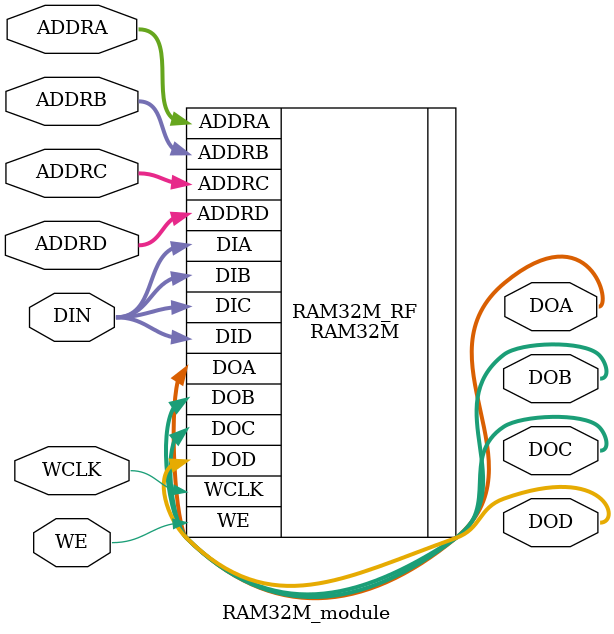
<source format=v>

module RAM32M_module
	(
		WCLK,
		WE,
		ADDRA,
		ADDRB,
		ADDRC,
		ADDRD,
		DIN,
		DOA,
		DOB,
		DOC,
		DOD
	);
	
input			WCLK,WE ;
input		[4:0]	ADDRA, ADDRB, ADDRC, ADDRD ;
input		[1:0]	DIN ;
output	[1:0]	DOA, DOB, DOC, DOD ;
	
	// RAM32M: 32-deep by 8-wide Multi Port LUT RAM
	// Virtex-6
	// Xilinx HDL Libraries Guide, version 12.3
	RAM32M #(
		.INIT_A(64'h1111111111111111), 	// Initial contents of A Port
		.INIT_B(64'h2222222222222222), 	// Initial contents of B Port
		.INIT_C(64'h3333333333333333), 	// Initial contents of C Port
		.INIT_D(64'h4444444444444444) 	// Initial contents of D Port
	) RAM32M_RF (
		.DOA(DOA), 						// Read port A 2-bit output
		.DOB(DOB), 						// Read port B 2-bit output
		.DOC(DOC), 						// Read port C 2-bit output
		.DOD(DOD), 						// Read/write port D 2-bit output
		.ADDRA(ADDRA), 					// Read port A 5-bit address input
		.ADDRB(ADDRB), 					// Read port B 5-bit address input
		.ADDRC(ADDRC), 					// Read port C 5-bit address input
		.ADDRD(ADDRD), 					// Read/write port D 5-bit address input
		
		.DIA(DIN), 						// RAM 2-bit data write input addressed by ADDRD,
		
		// read addressed by ADDRA
		.DIB(DIN), 						// RAM 2-bit data write input addressed by ADDRD,
		
		// read addressed by ADDRB
		.DIC(DIN), 						// RAM 2-bit data write input addressed by ADDRD,
		
		// read addressed by ADDRC
		.DID(DIN), 						// RAM 2-bit data write input addressed by ADDRD,
		
		// read addressed by ADDRD
		.WCLK(WCLK), 					// Write clock input
		.WE(WE) 						// Write enable input
	);
	// End of RAM32M_inst instantiation
	
	
	/*
//   RAM64M    : In order to incorporate this function into the design,
//   Verilog   : the following instance declaration needs to be placed
//  instance   : in the body of the design code.  The instance name
// declaration : (RAM64M_inst) and/or the port declarations within the
//    code     : parenthesis may be changed to properly reference and
//             : connect this function to the design.  All inputs
//             : and outputs must be connected.

//  <-----Cut code below this line---->

   // RAM64M: 64-deep by 4-wide Multi Port LUT RAM
   //         Virtex-6
   // Xilinx HDL Language Template, version 14.1
   
   RAM64M #(
      .INIT_A(64'h0000000000000000), // Initial contents of A Port
      .INIT_B(64'h0000000000000000), // Initial contents of B Port
      .INIT_C(64'h0000000000000000), // Initial contents of C Port
      .INIT_D(64'h0000000000000000)  // Initial contents of D Port
   ) RAM64M_inst (
      .DOA(DOA),     // Read port A 1-bit output
      .DOB(DOB),     // Read port B 1-bit output
      .DOC(DOC),     // Read port C 1-bit output
      .DOD(DOD),     // Readw/rite port D 1-bit output
      .DIA(DIN),     // RAM 1-bit data write input addressed by ADDRD, 
                     //   read addressed by ADDRA
      .DIB(DIN),     // RAM 1-bit data write input addressed by ADDRD, 
                     //   read addressed by ADDRB
      .DIC(DIN),     // RAM 1-bit data write input addressed by ADDRD, 
                     //   read addressed by ADDRC
      .DID(DIN),     // RAM 1-bit data write input addressed by ADDRD, 
                     //   read addressed by ADDRD
      .ADDRA(ADDRA), // Read port A 6-bit address input
      .ADDRB(ADDRB), // Read port B 6-bit address input
      .ADDRC(ADDRC), // Read port C 6-bit address input
      .ADDRD(ADDRD), // Readw/rite port D 6-bit address input
      .WE(WE),       // Write enable input
      .WCLK(WCLK)    // Write clock input
   );
	*/
   // End of RAM64M_inst instantiation
						
//------------------------------------------------------------------------------------------	
endmodule 

</source>
